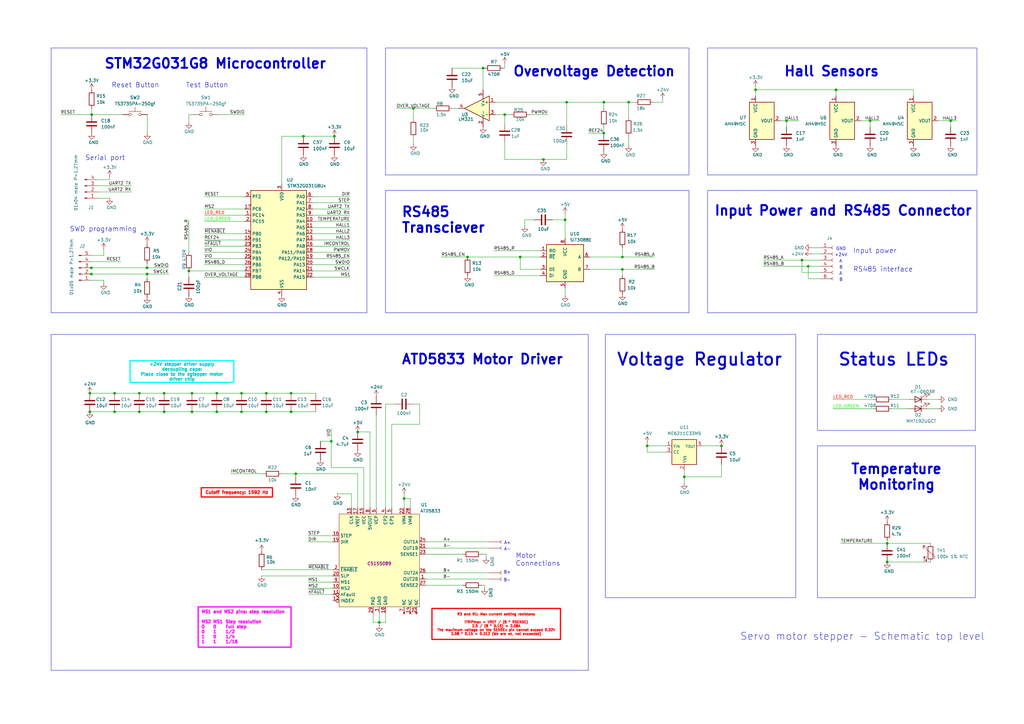
<source format=kicad_sch>
(kicad_sch (version 20231120) (generator "eeschema") (generator_version "8.0")
  (paper "A3")
  (title_block (title "Servo motor stepper M3 - Schematic top level") (date "2024-12-14") (rev "V11"))
  (junction (at 165.735 204.47))
  (junction (at 57.15 161.29))
  (junction (at 37.592 46.99))
  (junction (at 119.38 168.91))
  (junction (at 46.99 161.29))
  (junction (at 389.89 49.53))
  (junction (at 213.36 105.41))
  (junction (at 60.325 112.395))
  (junction (at 169.545 44.45))
  (junction (at 124.46 55.88))
  (junction (at 60.325 109.855))
  (junction (at 67.31 161.29))
  (junction (at 247.65 41.91))
  (junction (at 255.27 110.49))
  (junction (at 46.99 168.91))
  (junction (at 67.31 168.91))
  (junction (at 232.41 41.91))
  (junction (at 198.12 27.94))
  (junction (at 137.16 55.88))
  (junction (at 363.855 230.505))
  (junction (at 99.06 168.91))
  (junction (at 295.91 182.88))
  (junction (at 109.22 161.29))
  (junction (at 265.43 182.88))
  (junction (at 119.38 161.29))
  (junction (at 78.74 161.29))
  (junction (at 36.83 168.91))
  (junction (at 191.77 105.41))
  (junction (at 99.06 161.29))
  (junction (at 121.285 194.31))
  (junction (at 309.88 36.83))
  (junction (at 322.58 49.53))
  (junction (at 222.885 65.405))
  (junction (at 280.67 195.58))
  (junction (at 57.15 168.91))
  (junction (at 257.81 41.91))
  (junction (at 363.855 222.885))
  (junction (at 342.9 36.83))
  (junction (at 247.65 54.61))
  (junction (at 231.775 90.17))
  (junction (at 155.575 255.27))
  (junction (at 331.47 109.22))
  (junction (at 255.27 105.41))
  (junction (at 36.83 161.29))
  (junction (at 146.685 177.165))
  (junction (at 88.9 168.91))
  (junction (at 37.465 112.395))
  (junction (at 109.22 168.91))
  (junction (at 88.9 161.29))
  (junction (at 135.89 180.975))
  (junction (at 78.74 168.91))
  (junction (at 328.93 106.68))
  (junction (at 356.87 49.53))
  (junction (at 207.01 46.99))
  (junction (at 77.47 111.125))
  (junction (at 37.465 109.855))
  (wire (pts (xy 77.47 90.17) (xy 77.47 103.505)))
  (wire (pts (xy 172.085 165.735) (xy 169.545 165.735)))
  (wire (pts (xy 320.04 49.53) (xy 322.58 49.53)))
  (wire (pts (xy 271.78 41.91) (xy 267.97 41.91)))
  (wire (pts (xy 99.06 161.29) (xy 109.22 161.29)))
  (wire (pts (xy 162.56 44.45) (xy 169.545 44.45)))
  (wire (pts (xy 380.365 163.83) (xy 384.81 163.83)))
  (wire (pts (xy 332.74 104.14) (xy 336.55 104.14)))
  (wire (pts (xy 143.51 98.425) (xy 128.27 98.425)))
  (wire (pts (xy 143.51 106.045) (xy 128.27 106.045)))
  (wire (pts (xy 356.87 49.53) (xy 360.68 49.53)))
  (wire (pts (xy 143.51 90.805) (xy 128.27 90.805)))
  (wire (pts (xy 197.485 240.03) (xy 198.755 240.03)))
  (wire (pts (xy 83.82 108.585) (xy 100.33 108.585)))
  (wire (pts (xy 215.265 90.17) (xy 215.265 92.71)))
  (wire (pts (xy 165.735 204.47) (xy 165.735 208.28)))
  (wire (pts (xy 57.15 161.29) (xy 67.31 161.29)))
  (wire (pts (xy 37.592 46.99) (xy 50.292 46.99)))
  (wire (pts (xy 222.885 65.405) (xy 232.41 65.405)))
  (wire (pts (xy 143.51 80.645) (xy 128.27 80.645)))
  (wire (pts (xy 169.545 44.45) (xy 169.545 48.895)))
  (wire (pts (xy 143.51 103.505) (xy 128.27 103.505)))
  (wire (pts (xy 332.74 101.6) (xy 336.55 101.6)))
  (wire (pts (xy 280.67 198.12) (xy 280.67 195.58)))
  (wire (pts (xy 39.878 78.74) (xy 53.848 78.74)))
  (wire (pts (xy 255.27 101.6) (xy 255.27 105.41)))
  (wire (pts (xy 255.27 105.41) (xy 268.605 105.41)))
  (wire (pts (xy 78.74 168.91) (xy 88.9 168.91)))
  (wire (pts (xy 169.545 44.45) (xy 177.8 44.45)))
  (wire (pts (xy 255.27 110.49) (xy 255.27 113.03)))
  (wire (pts (xy 144.145 208.28) (xy 144.145 202.565)))
  (wire (pts (xy 128.27 85.725) (xy 143.51 85.725)))
  (wire (pts (xy 37.465 104.775) (xy 42.545 104.775)))
  (wire (pts (xy 143.51 95.885) (xy 128.27 95.885)))
  (wire (pts (xy 89.535 46.99) (xy 100.33 46.99)))
  (wire (pts (xy 83.82 103.505) (xy 100.33 103.505)))
  (wire (pts (xy 374.65 39.37) (xy 374.65 36.83)))
  (wire (pts (xy 222.885 65.405) (xy 207.01 65.405)))
  (wire (pts (xy 174.625 240.03) (xy 189.865 240.03)))
  (wire (pts (xy 241.935 110.49) (xy 255.27 110.49)))
  (wire (pts (xy 389.89 49.53) (xy 389.89 52.07)))
  (wire (pts (xy 143.51 83.185) (xy 128.27 83.185)))
  (wire (pts (xy 109.22 168.91) (xy 119.38 168.91)))
  (wire (pts (xy 143.51 100.965) (xy 128.27 100.965)))
  (wire (pts (xy 353.06 49.53) (xy 356.87 49.53)))
  (wire (pts (xy 365.76 163.83) (xy 372.745 163.83)))
  (wire (pts (xy 57.15 168.91) (xy 67.31 168.91)))
  (wire (pts (xy 207.01 46.99) (xy 207.01 50.8)))
  (wire (pts (xy 158.115 165.735) (xy 158.115 208.28)))
  (wire (pts (xy 174.625 237.49) (xy 200.66 237.49)))
  (wire (pts (xy 126.365 219.71) (xy 136.525 219.71)))
  (wire (pts (xy 257.81 55.88) (xy 257.81 59.69)))
  (wire (pts (xy 213.36 105.41) (xy 221.615 105.41)))
  (wire (pts (xy 126.365 241.3) (xy 136.525 241.3)))
  (wire (pts (xy 126.365 243.84) (xy 136.525 243.84)))
  (wire (pts (xy 363.855 222.885) (xy 381.635 222.885)))
  (wire (pts (xy 257.81 41.91) (xy 257.81 48.26)))
  (wire (pts (xy 380.365 167.64) (xy 384.81 167.64)))
  (wire (pts (xy 165.735 202.565) (xy 165.735 204.47)))
  (wire (pts (xy 161.925 165.735) (xy 158.115 165.735)))
  (wire (pts (xy 34.925 109.855) (xy 37.465 109.855)))
  (wire (pts (xy 77.47 46.99) (xy 79.375 46.99)))
  (wire (pts (xy 331.47 109.22) (xy 331.47 114.3)))
  (wire (pts (xy 313.055 109.22) (xy 331.47 109.22)))
  (wire (pts (xy 313.055 106.68) (xy 328.93 106.68)))
  (wire (pts (xy 202.565 102.87) (xy 221.615 102.87)))
  (wire (pts (xy 149.225 208.28) (xy 149.225 191.77)))
  (wire (pts (xy 328.93 111.76) (xy 336.55 111.76)))
  (wire (pts (xy 207.01 58.42) (xy 207.01 65.405)))
  (wire (pts (xy 121.285 194.31) (xy 121.285 195.58)))
  (wire (pts (xy 231.775 90.17) (xy 231.775 97.79)))
  (wire (pts (xy 168.275 204.47) (xy 165.735 204.47)))
  (wire (pts (xy 126.365 222.25) (xy 136.525 222.25)))
  (wire (pts (xy 160.655 173.99) (xy 172.085 173.99)))
  (wire (pts (xy 154.305 170.18) (xy 154.305 208.28)))
  (wire (pts (xy 174.625 224.79) (xy 200.66 224.79)))
  (wire (pts (xy 39.878 73.66) (xy 44.958 73.66)))
  (wire (pts (xy 115.57 194.31) (xy 121.285 194.31)))
  (wire (pts (xy 143.51 108.585) (xy 128.27 108.585)))
  (wire (pts (xy 363.855 230.505) (xy 381.635 230.505)))
  (wire (pts (xy 39.878 81.28) (xy 44.958 81.28)))
  (wire (pts (xy 36.83 161.29) (xy 46.99 161.29)))
  (wire (pts (xy 328.93 106.68) (xy 328.93 111.76)))
  (wire (pts (xy 265.43 181.61) (xy 265.43 182.88)))
  (wire (pts (xy 199.39 227.33) (xy 199.39 228.6)))
  (wire (pts (xy 213.36 110.49) (xy 221.615 110.49)))
  (wire (pts (xy 83.82 100.965) (xy 100.33 100.965)))
  (wire (pts (xy 231.775 87.63) (xy 231.775 90.17)))
  (wire (pts (xy 143.51 93.345) (xy 128.27 93.345)))
  (wire (pts (xy 144.145 202.565) (xy 138.43 202.565)))
  (wire (pts (xy 60.325 107.95) (xy 60.325 109.855)))
  (wire (pts (xy 198.755 240.03) (xy 198.755 241.3)))
  (wire (pts (xy 203.2 41.91) (xy 232.41 41.91)))
  (wire (pts (xy 37.592 44.45) (xy 37.592 46.99)))
  (wire (pts (xy 389.89 49.53) (xy 392.43 49.53)))
  (wire (pts (xy 174.625 222.25) (xy 200.66 222.25)))
  (wire (pts (xy 265.43 182.88) (xy 273.05 182.88)))
  (wire (pts (xy 363.855 221.615) (xy 363.855 222.885)))
  (wire (pts (xy 232.41 51.435) (xy 232.41 41.91)))
  (wire (pts (xy 169.545 56.515) (xy 169.545 59.055)))
  (wire (pts (xy 42.545 114.935) (xy 42.545 116.205)))
  (wire (pts (xy 83.82 106.045) (xy 100.33 106.045)))
  (wire (pts (xy 60.325 112.395) (xy 69.215 112.395)))
  (wire (pts (xy 257.81 41.91) (xy 260.35 41.91)))
  (wire (pts (xy 226.695 90.17) (xy 231.775 90.17)))
  (wire (pts (xy 217.17 46.99) (xy 224.79 46.99)))
  (wire (pts (xy 168.275 208.28) (xy 168.275 204.47)))
  (wire (pts (xy 158.115 251.46) (xy 158.115 255.27)))
  (wire (pts (xy 88.9 161.29) (xy 99.06 161.29)))
  (wire (pts (xy 280.67 193.04) (xy 280.67 195.58)))
  (wire (pts (xy 37.465 107.315) (xy 49.53 107.315)))
  (wire (pts (xy 203.2 46.99) (xy 207.01 46.99)))
  (wire (pts (xy 231.775 121.285) (xy 231.775 118.11)))
  (wire (pts (xy 83.82 90.805) (xy 100.33 90.805)))
  (wire (pts (xy 128.27 113.665) (xy 143.51 113.665)))
  (wire (pts (xy 155.575 251.46) (xy 155.575 255.27)))
  (wire (pts (xy 328.93 106.68) (xy 336.55 106.68)))
  (wire (pts (xy 322.58 49.53) (xy 322.58 52.07)))
  (wire (pts (xy 174.625 227.33) (xy 189.865 227.33)))
  (wire (pts (xy 37.465 109.855) (xy 60.325 109.855)))
  (wire (pts (xy 60.452 46.99) (xy 60.452 54.61)))
  (wire (pts (xy 83.82 95.885) (xy 100.33 95.885)))
  (wire (pts (xy 34.925 112.395) (xy 37.465 112.395)))
  (wire (pts (xy 153.035 255.27) (xy 155.575 255.27)))
  (wire (pts (xy 94.615 194.31) (xy 107.95 194.31)))
  (wire (pts (xy 83.82 113.665) (xy 100.33 113.665)))
  (wire (pts (xy 83.82 85.725) (xy 100.33 85.725)))
  (wire (pts (xy 174.625 234.95) (xy 200.66 234.95)))
  (wire (pts (xy 77.47 111.125) (xy 100.33 111.125)))
  (wire (pts (xy 219.075 90.17) (xy 215.265 90.17)))
  (wire (pts (xy 24.892 46.99) (xy 37.592 46.99)))
  (wire (pts (xy 280.67 195.58) (xy 295.91 195.58)))
  (wire (pts (xy 99.06 168.91) (xy 109.22 168.91)))
  (wire (pts (xy 344.805 222.885) (xy 363.855 222.885)))
  (wire (pts (xy 155.575 255.27) (xy 155.575 256.54)))
  (wire (pts (xy 191.77 105.41) (xy 213.36 105.41)))
  (wire (pts (xy 78.74 161.29) (xy 88.9 161.29)))
  (wire (pts (xy 232.41 65.405) (xy 232.41 59.055)))
  (wire (pts (xy 83.82 98.425) (xy 100.33 98.425)))
  (wire (pts (xy 60.325 114.3) (xy 60.325 112.395)))
  (wire (pts (xy 88.9 168.91) (xy 99.06 168.91)))
  (wire (pts (xy 295.91 195.58) (xy 295.91 190.5)))
  (wire (pts (xy 342.9 39.37) (xy 342.9 36.83)))
  (wire (pts (xy 207.01 46.99) (xy 209.55 46.99)))
  (wire (pts (xy 77.47 50.165) (xy 77.47 46.99)))
  (wire (pts (xy 374.65 36.83) (xy 342.9 36.83)))
  (wire (pts (xy 331.47 114.3) (xy 336.55 114.3)))
  (wire (pts (xy 42.545 104.775) (xy 42.545 102.235)))
  (wire (pts (xy 255.27 110.49) (xy 268.605 110.49)))
  (wire (pts (xy 115.57 75.565) (xy 115.57 55.88)))
  (wire (pts (xy 119.38 161.29) (xy 129.54 161.29)))
  (wire (pts (xy 213.36 105.41) (xy 213.36 110.49)))
  (wire (pts (xy 322.58 49.53) (xy 327.66 49.53)))
  (wire (pts (xy 39.878 76.2) (xy 53.848 76.2)))
  (wire (pts (xy 172.085 173.99) (xy 172.085 165.735)))
  (wire (pts (xy 60.325 109.855) (xy 69.215 109.855)))
  (wire (pts (xy 151.765 177.165) (xy 151.765 208.28)))
  (wire (pts (xy 185.42 44.45) (xy 187.96 44.45)))
  (wire (pts (xy 180.975 105.41) (xy 191.77 105.41)))
  (wire (pts (xy 185.42 27.94) (xy 198.12 27.94)))
  (wire (pts (xy 207.01 27.94) (xy 206.375 27.94)))
  (wire (pts (xy 107.315 236.22) (xy 136.525 236.22)))
  (wire (pts (xy 83.82 88.265) (xy 100.33 88.265)))
  (wire (pts (xy 158.115 255.27) (xy 155.575 255.27)))
  (wire (pts (xy 124.46 55.88) (xy 137.16 55.88)))
  (wire (pts (xy 107.315 233.68) (xy 136.525 233.68)))
  (wire (pts (xy 67.31 168.91) (xy 78.74 168.91)))
  (wire (pts (xy 160.655 208.28) (xy 160.655 173.99)))
  (wire (pts (xy 46.99 168.91) (xy 57.15 168.91)))
  (wire (pts (xy 309.88 35.56) (xy 309.88 36.83)))
  (wire (pts (xy 271.78 40.64) (xy 271.78 41.91)))
  (wire (pts (xy 36.83 168.91) (xy 46.99 168.91)))
  (wire (pts (xy 198.755 27.94) (xy 198.12 27.94)))
  (wire (pts (xy 37.465 114.935) (xy 42.545 114.935)))
  (wire (pts (xy 331.47 109.22) (xy 336.55 109.22)))
  (wire (pts (xy 135.89 191.77) (xy 149.225 191.77)))
  (wire (pts (xy 341.63 167.64) (xy 358.14 167.64)))
  (wire (pts (xy 44.958 73.66) (xy 44.958 72.39)))
  (wire (pts (xy 247.65 41.91) (xy 257.81 41.91)))
  (wire (pts (xy 37.465 112.395) (xy 60.325 112.395)))
  (wire (pts (xy 135.89 175.895) (xy 135.89 180.975)))
  (wire (pts (xy 241.935 105.41) (xy 255.27 105.41)))
  (wire (pts (xy 121.285 194.31) (xy 146.685 194.31)))
  (wire (pts (xy 288.29 182.88) (xy 295.91 182.88)))
  (wire (pts (xy 146.685 177.165) (xy 151.765 177.165)))
  (wire (pts (xy 146.685 208.28) (xy 146.685 194.31)))
  (wire (pts (xy 265.43 185.42) (xy 265.43 182.88)))
  (wire (pts (xy 109.22 161.29) (xy 119.38 161.29)))
  (wire (pts (xy 247.65 41.91) (xy 247.65 44.45)))
  (wire (pts (xy 128.27 88.265) (xy 143.51 88.265)))
  (wire (pts (xy 197.485 227.33) (xy 199.39 227.33)))
  (wire (pts (xy 119.38 168.91) (xy 129.54 168.91)))
  (wire (pts (xy 198.12 27.94) (xy 198.12 36.83)))
  (wire (pts (xy 207.01 26.035) (xy 207.01 27.94)))
  (wire (pts (xy 77.47 113.665) (xy 77.47 111.125)))
  (wire (pts (xy 131.445 180.975) (xy 135.89 180.975)))
  (wire (pts (xy 273.05 185.42) (xy 265.43 185.42)))
  (wire (pts (xy 247.65 52.07) (xy 247.65 54.61)))
  (wire (pts (xy 342.9 36.83) (xy 309.88 36.83)))
  (wire (pts (xy 309.88 36.83) (xy 309.88 39.37)))
  (wire (pts (xy 384.81 49.53) (xy 389.89 49.53)))
  (wire (pts (xy 60.325 99.695) (xy 60.325 100.33)))
  (wire (pts (xy 356.87 49.53) (xy 356.87 52.07)))
  (wire (pts (xy 241.3 54.61) (xy 247.65 54.61)))
  (wire (pts (xy 365.76 167.64) (xy 372.745 167.64)))
  (wire (pts (xy 83.82 80.645) (xy 100.33 80.645)))
  (wire (pts (xy 115.57 55.88) (xy 124.46 55.88)))
  (wire (pts (xy 136.525 238.76) (xy 126.365 238.76)))
  (wire (pts (xy 46.99 161.29) (xy 57.15 161.29)))
  (wire (pts (xy 153.035 251.46) (xy 153.035 255.27)))
  (wire (pts (xy 341.63 163.83) (xy 358.14 163.83)))
  (wire (pts (xy 232.41 41.91) (xy 247.65 41.91)))
  (wire (pts (xy 202.565 113.03) (xy 221.615 113.03)))
  (wire (pts (xy 135.89 191.77) (xy 135.89 180.975)))
  (wire (pts (xy 67.31 161.29) (xy 78.74 161.29)))
  (wire (pts (xy 143.51 111.125) (xy 128.27 111.125)))
  (rectangle (start 248.285 137.16) (end 326.39 245.11))
  (rectangle (start 335.28 137.16) (end 400.05 176.53))
  (rectangle (start 20.955 137.16) (end 241.3 274.955))
  (rectangle (start 158.115 19.685) (end 282.575 71.755))
  (rectangle (start 290.195 19.685) (end 400.685 71.755))
  (rectangle (start 20.955 19.685) (end 150.495 128.27))
  (rectangle (start 158.115 78.105) (end 282.575 128.27))
  (rectangle (start 335.28 182.88) (end 400.05 245.11))
  (rectangle (start 290.195 78.105) (end 400.685 128.27))
  (text_box "Cutoff frequency: 1592 Hz\n" (at 82.55 200.025 0) (size 29.21 3.81) (stroke (width 0.5) (color 255 0 0 1)) (effects (font (size 1.27 1.27) (thickness 0.4) (bold yes))))
  (text_box "+24V stepper driver supply \ndecoupling caps:\nPlace close to the sgtepper motor driver chip" (at 53.34 147.955 0) (size 42.545 8.89) (stroke (width 0.5) (color 0 255 255 1)) (effects (font (size 1.27 1.27) (thickness 0.4) (bold yes))))
  (text_box "MS1 and MS2 pins: step resolution\n\nMS2	MS1	Step resolution\n0	0	Full step\n0	1	1/2\n1	0	1/4\n1	1	1/16\n" (at 81.28 248.92 0) (size 38.1 16.51) (stroke (width 0.5) (color 255 0 255 1)) (effects (font (size 1.27 1.27) (thickness 0.4) (bold yes)) (justify left top)))
  (text_box "${94df9340-9001-4abf-849e-0a57a0ae12d6:REFERENCE} and ${c2765680-53cb-47ff-a513-50fbdfe64cd0:REFERENCE}: Max current setting resistors:\n\nITRIPmax = VREF / (8 * RSENSE)\n2.5 / (8 * 0.15) = 2.08A\nThe maximum voltage on the SENSEx pin cannot exceed 0.32V\n2.08 * 0.15 = 0.312 (We are ok, not exceeded)" (at 177.165 249.555 0) (size 52.705 12.7) (stroke (width 0.5) (color 255 0 0 1)) (effects (font (size 1 1) (thickness 0.4) (bold yes))))
  (text "Reset Button" (at 45.72 36.195 0) (effects (font (size 2 2)) (justify left bottom)))
  (text "Test Button" (at 76.2 36.195 0) (effects (font (size 2 2)) (justify left bottom)))
  (text "B" (at 344.17 115.57 0) (effects (font (size 1.27 1.27)) (justify left bottom)))
  (text "+24V" (at 342.265 105.41 0) (effects (font (size 1.27 1.27)) (justify left bottom)))
  (text "SWD programming" (at 28.575 95.25 0) (effects (font (size 2 2)) (justify left bottom)))
  (text "Serial port" (at 34.925 66.04 0) (effects (font (size 2 2)) (justify left bottom)))
  (text "GND" (at 342.9 102.87 0) (effects (font (size 1.27 1.27)) (justify left bottom)))
  (text "RS485\nTransciever" (at 164.465 95.885 0) (effects (font (size 4 4) (thickness 0.8) (bold yes)) (justify left bottom)))
  (text "Input power" (at 349.885 104.14 0) (effects (font (size 2 2)) (justify left bottom)))
  (text "B" (at 344.17 110.49 0) (effects (font (size 1.27 1.27)) (justify left bottom)))
  (text "A+" (at 209.55 223.52 0) (effects (font (size 1.27 1.27)) (justify right bottom)))
  (text "Status LEDs" (at 343.535 150.495 0) (effects (font (size 5 5) (thickness 0.8) (bold yes)) (justify left bottom)))
  (text "Overvoltage Detection" (at 210.185 31.75 0) (effects (font (size 4 4) (thickness 0.8) (bold yes)) (justify left bottom)))
  (text "Voltage Regulator" (at 252.73 150.495 0) (effects (font (size 5 5) (thickness 0.8) (bold yes)) (justify left bottom)))
  (text "A" (at 344.17 107.95 0) (effects (font (size 1.27 1.27)) (justify left bottom)))
  (text "Input Power and RS485 Connector" (at 292.735 88.9 0) (effects (font (size 4 4) (thickness 0.8) (bold yes)) (justify left bottom)))
  (text "A" (at 344.17 113.03 0) (effects (font (size 1.27 1.27)) (justify left bottom)))
  (text "RS485 interface" (at 349.885 111.76 0) (effects (font (size 2 2)) (justify left bottom)))
  (text "Temperature\nMonitoring" (at 367.665 201.295 0) (effects (font (size 4 4) (thickness 0.8) (bold yes)) (justify bottom)))
  (text "B+" (at 209.55 235.585 0) (effects (font (size 1.27 1.27)) (justify right bottom)))
  (text "Servo motor stepper - Schematic top level" (at 303.53 262.89 0) (effects (font (size 3 3)) (justify left bottom)))
  (text "STM32G031G8 Microcontroller" (at 42.545 28.575 0) (effects (font (size 4 4) (thickness 0.8) (bold yes)) (justify left bottom)))
  (text "A-" (at 209.55 226.06 0) (effects (font (size 1.27 1.27)) (justify right bottom)))
  (text "B-" (at 209.55 238.76 0) (effects (font (size 1.27 1.27)) (justify right bottom)))
  (text "ATD5833 Motor Driver" (at 164.465 149.86 0) (effects (font (size 4 4) (thickness 0.8) (bold yes)) (justify left bottom)))
  (text "Hall Sensors" (at 321.31 31.75 0) (effects (font (size 4 4) (thickness 0.8) (bold yes)) (justify left bottom)))
  (text "Motor\nConnections" (at 211.455 232.41 0) (effects (font (size 2 2)) (justify left bottom)))
  (label "DIR" (at 126.365 222.25 0))
  (label "RESET" (at 49.53 107.315 180))
  (label "A+" (at 184.785 222.25 180))
  (label "RS485_EN" (at 143.51 106.045 180))
  (label "~{MENABLE}" (at 83.82 95.885 0))
  (label "SWCLK" (at 69.215 112.395 180))
  (label "OVER_VOLTAGE" (at 83.82 113.665 0))
  (label "HALL2" (at 360.68 49.53 180))
  (label "B+" (at 184.785 234.95 180))
  (label "REF24" (at 241.3 54.61 0))
  (label "RS485_R" (at 202.565 102.87 0))
  (label "RS485_EN" (at 180.975 105.41 0))
  (label "DIR" (at 143.51 80.645 180))
  (label "VIO" (at 83.82 106.045 0))
  (label "B-" (at 184.785 237.49 180))
  (label "LED_GREEN" (at 83.82 90.805 0))
  (label "RS485_R" (at 77.47 98.425 90))
  (label "~{MENABLE}" (at 126.365 233.68 0))
  (label "RS485_B" (at 313.055 109.22 0))
  (label "VIO" (at 83.82 103.505 0))
  (label "SWCLK" (at 143.51 111.125 180))
  (label "STEP" (at 126.365 219.71 0))
  (label "RS485_A" (at 313.055 106.68 0))
  (label "MS1" (at 126.365 238.76 0))
  (label "PWMOV" (at 217.805 46.99 0))
  (label "UART2 RX" (at 53.848 78.74 180))
  (label "RESET" (at 24.892 46.99 0))
  (label "PWMOV" (at 143.51 103.505 180))
  (label "RS485_A" (at 268.605 105.41 180))
  (label "HALL2" (at 143.51 95.885 180))
  (label "MS1" (at 139.7 113.665 0))
  (label "LED_RED" (at 83.82 88.265 0))
  (label "RESET" (at 83.82 80.645 0))
  (label "OVER_VOLTAGE" (at 162.56 44.45 0))
  (label "RS485_D" (at 202.565 113.03 0))
  (label "HALL3" (at 143.51 98.425 180))
  (label "LED_RED" (at 341.63 163.83 0))
  (label "LED_GREEN" (at 341.63 167.64 0))
  (label "REF24" (at 83.82 98.425 0))
  (label "IMCONTROL" (at 143.51 100.965 180))
  (label "MS2" (at 83.82 85.725 0))
  (label "UART2 TX" (at 143.51 85.725 180))
  (label "~{nFAULT}" (at 83.82 100.965 0))
  (label "SWDIO" (at 100.33 46.99 180))
  (label "SWDIO" (at 69.215 109.855 180))
  (label "UART2 TX" (at 53.848 76.2 180))
  (label "HALL1" (at 143.51 93.345 180))
  (label "TEMPERATURE" (at 344.805 222.885 0))
  (label "RS485_B" (at 268.605 110.49 180))
  (label "HALL3" (at 392.43 49.53 180))
  (label "UART2 RX" (at 143.51 88.265 180))
  (label "TEMPERATURE" (at 143.51 90.805 180))
  (label "MS2" (at 126.365 241.3 0))
  (label "VIO" (at 135.89 179.07 90))
  (label "~{nFAULT}" (at 126.365 243.84 0))
  (label "IMCONTROL" (at 94.615 194.31 0))
  (label "SWDIO" (at 143.51 108.585 180))
  (label "HALL1" (at 327.66 49.53 180))
  (label "STEP" (at 143.51 83.185 180))
  (label "A-" (at 184.785 224.79 180))
  (label "RS485_D" (at 83.82 108.585 0))
  (symbol (lib_id "power:GND") (at 107.315 236.22 0) (unit 1)
    (property "Reference" "#PWR016" (effects (hide yes)))
    (property "Value" "GND" (at 105.41 240.03 0) (effects (justify left)))
  )
  (symbol (lib_id "power:GND") (at 363.855 230.505 0) (unit 1)
    (property "Reference" "#PWR071" (effects (hide yes)))
    (property "Value" "GND" (at 362.585 234.315 0) (effects (justify left)))
  )
  (symbol (lib_id "power:+3.3V") (at 309.88 35.56 0) (unit 1)
    (property "Reference" "#PWR028" (effects (hide yes)))
    (property "Value" "+3.3V" (at 309.88 31.75 0))
  )
  (symbol (lib_id "power:+3.3V") (at 231.775 87.63 0) (unit 1)
    (property "Reference" "#PWR033" (effects (hide yes)))
    (property "Value" "+5V" (at 231.775 83.82 0))
  )
  (symbol (lib_id "power:GND") (at 356.87 59.69 0) (unit 1)
    (property "Reference" "#PWR0105" (effects (hide yes)))
    (property "Value" "GND" (at 355.6 63.5 0) (effects (justify left)))
  )
  (symbol (lib_id "Device:C") (at 37.592 50.8 0) (unit 1)
    (property "Reference" "C18" (at 41.402 49.5299 0) (effects (justify left)))
    (property "Value" "100nF" (at 41.402 52.0699 0) (effects (justify left)))
    (property "Footprint" "Capacitor_SMD:C_0402_1005Metric" (effects (hide yes)))
    (property "LCSC" "C307331" (effects (hide yes)))
  )
  (symbol (lib_id "Device:LED") (at 376.555 163.83 180) (unit 1)
    (property "Reference" "D1" (at 376.555 158.75 0))
    (property "Value" "KT-0603R" (at 378.46 160.655 0))
    (property "Footprint" "LED_SMD:LED_0603_1608Metric" (effects (hide yes)))
    (property "Description" "Light emitting diode" (effects (hide yes)))
    (property "LCSC" "C2286" (effects (hide yes)))
  )
  (symbol (lib_id "power:+3.3V") (at 137.16 55.88 0) (unit 1)
    (property "Reference" "#PWR07" (effects (hide yes)))
    (property "Value" "+3.3V" (at 137.16 52.07 0))
  )
  (symbol (lib_id "Regulator_Linear:ME6211C33M5") (at 280.67 185.42 0) (unit 1)
    (property "Reference" "U11" (at 280.67 175.26 0))
    (property "Value" "ME6211C33M5" (at 280.67 177.8 0))
    (property "Footprint" "Package_TO_SOT_SMD:SOT-23-5" (effects (hide yes)))
    (property "Datasheet" "https://www.lcsc.com/datasheet/lcsc_datasheet_2304140030_MICRONE-Nanjing-Micro-One-Elec-ME6211C33R5G_C235316.pdf" (effects (hide yes)))
    (property "Description" "500mA low dropout linear regulator, shutdown pin, 6.5V max input voltage, 3.3V fixed positive output, SOT-23-5" (effects (hide yes)))
    (property "LCSC" "C82942" (effects (hide yes)))
  )
  (symbol (lib_id "power:+3.3V") (at 295.91 182.88 0) (unit 1)
    (property "Reference" "#PWR060" (effects (hide yes)))
    (property "Value" "+3.3V" (at 295.91 179.07 0))
  )
  (symbol (lib_id "Sensor_Magnetic:A1101ELHL") (at 312.42 49.53 0) (unit 1) (exclude_from_sim yes)
    (property "Reference" "U7" (at 306.07 48.2599 0) (effects (justify right)))
    (property "Value" "AH49HSC" (at 306.07 50.7999 0) (effects (justify right)))
    (property "Footprint" "Package_TO_SOT_SMD:SOT-23" (effects (hide yes)))
    (property "LCSC" "C510723" (effects (hide yes)))
  )
  (symbol (lib_id "Device:C") (at 99.06 165.1 0) (unit 1)
    (property "Reference" "C10" (at 101.6 163.83 0) (effects (justify left)))
    (property "Value" "10uF" (at 101.6 166.37 0) (effects (justify left)))
    (property "Footprint" "Capacitor_SMD:C_0603_1608Metric" (effects (hide yes)))
    (property "LCSC" "C194427" (effects (hide yes)))
  )
  (symbol (lib_id "Amplifier_Operational:LM321") (at 195.58 44.45 0) (mirror y) (unit 1) (exclude_from_sim yes)
    (property "Reference" "U3" (at 189.23 46.99 0) (effects (justify right)))
    (property "Value" "LM321" (at 187.96 48.895 0) (effects (justify right)))
    (property "Footprint" "Package_TO_SOT_SMD:SOT-23-5" (effects (hide yes)))
    (property "Datasheet" "https://www.lcsc.com/datasheet/lcsc_datasheet_2401051805_HANSCHIP-semiconductor-LM321MF_C19723728.pdf" (effects (hide yes)))
    (property "LCSC" "C19723728" (effects (hide yes)))
  )
  (symbol (lib_id "power:GND") (at 322.58 59.69 0) (unit 1)
    (property "Reference" "#PWR0110" (effects (hide yes)))
    (property "Value" "GND" (at 321.31 63.5 0) (effects (justify left)))
  )
  (symbol (lib_id "power:GND") (at 309.88 59.69 0) (unit 1)
    (property "Reference" "#PWR0108" (effects (hide yes)))
    (property "Value" "GND" (at 308.61 63.5 0) (effects (justify left)))
  )
  (symbol (lib_id "power:GND") (at 384.81 163.83 90) (unit 1)
    (property "Reference" "#PWR030" (effects (hide yes)))
    (property "Value" "GND" (at 388.62 163.8299 90) (effects (justify right)))
  )
  (symbol (lib_id "Device:R") (at 111.76 194.31 90) (unit 1)
    (property "Reference" "R22" (at 111.76 191.77 90))
    (property "Value" "10k" (at 111.76 196.85 90))
    (property "Footprint" "Resistor_SMD:R_0402_1005Metric" (effects (hide yes)))
    (property "LCSC" "C25744" (effects (hide yes)))
  )
  (symbol (lib_id "Sensor_Magnetic:A1101ELHL") (at 377.19 49.53 0) (unit 1) (exclude_from_sim yes)
    (property "Reference" "U4" (at 370.84 48.2599 0) (effects (justify right)))
    (property "Value" "AH49HSC" (at 370.84 50.7999 0) (effects (justify right)))
    (property "Footprint" "Package_TO_SOT_SMD:SOT-23" (effects (hide yes)))
    (property "LCSC" "C510723" (effects (hide yes)))
  )
  (symbol (lib_id "power:GND") (at 121.285 203.2 0) (unit 1)
    (property "Reference" "#PWR038" (effects (hide yes)))
    (property "Value" "GND" (at 119.38 207.01 0) (effects (justify left)))
  )
  (symbol (lib_id "power:+3.3V") (at 37.592 36.83 0) (unit 1)
    (property "Reference" "#PWR035" (effects (hide yes)))
    (property "Value" "+3.3V" (at 37.592 33.02 0))
  )
  (symbol (lib_id "Device:C") (at 119.38 165.1 0) (unit 1)
    (property "Reference" "C13" (at 121.92 163.83 0) (effects (justify left)))
    (property "Value" "10uF" (at 121.92 166.37 0) (effects (justify left)))
    (property "Footprint" "Capacitor_SMD:C_0603_1608Metric" (effects (hide yes)))
    (property "LCSC" "C194427" (effects (hide yes)))
  )
  (symbol (lib_id "power:GND") (at 255.27 120.65 0) (unit 1)
    (property "Reference" "#PWR018" (effects (hide yes)))
    (property "Value" "GND" (at 253.365 124.46 0) (effects (justify left)))
  )
  (symbol (lib_id "power:GND") (at 60.325 121.92 0) (unit 1)
    (property "Reference" "#PWR09" (effects (hide yes)))
    (property "Value" "GND" (at 58.42 125.73 0) (effects (justify left)))
  )
  (symbol (lib_id "Device:R") (at 181.61 44.45 90) (unit 1)
    (property "Reference" "R8" (at 180.34 42.545 90))
    (property "Value" "1.5k" (at 180.975 46.99 90))
    (property "Footprint" "Resistor_SMD:R_0402_1005Metric" (effects (hide yes)))
    (property "LCSC" "C25867" (effects (hide yes)))
  )
  (symbol (lib_id "power:GND") (at 222.885 65.405 0) (unit 1)
    (property "Reference" "#PWR058" (effects (hide yes)))
    (property "Value" "GND" (at 221.615 69.215 0) (effects (justify left)))
  )
  (symbol (lib_id "Device:R") (at 202.565 27.94 90) (unit 1)
    (property "Reference" "R7" (at 202.565 25.4 90))
    (property "Value" "470R" (at 202.565 30.48 90))
    (property "Footprint" "Resistor_SMD:R_0402_1005Metric" (effects (hide yes)))
    (property "LCSC" "C25117" (effects (hide yes)))
  )
  (symbol (lib_id "servo_motor:ATD5833") (at 155.575 231.14 0) (unit 1)
    (property "Reference" "U1" (at 173.99 207.01 0))
    (property "Value" "ATD5833" (at 176.53 209.55 0))
    (property "Footprint" "Package_DFN_QFN:QFN-28-1EP_5x5mm_P0.5mm_EP3.75x3.75mm_ThermalVias" (effects (hide yes)))
    (property "LCSC" "C5155089" (at 155.575 231.14 0))
  )
  (symbol (lib_id "power:GND") (at 185.42 35.56 0) (unit 1)
    (property "Reference" "#PWR044" (effects (hide yes)))
    (property "Value" "GND" (at 184.15 39.37 0) (effects (justify left)))
  )
  (symbol (lib_id "Device:R") (at 255.27 116.84 180) (unit 1)
    (property "Reference" "R2" (at 259.08 115.57 0))
    (property "Value" "10k" (at 259.08 118.11 0))
    (property "Footprint" "Resistor_SMD:R_0402_1005Metric" (effects (hide yes)))
    (property "LCSC" "C25744" (effects (hide yes)))
  )
  (symbol (lib_id "power:GND") (at 42.545 116.205 0) (unit 1)
    (property "Reference" "#PWR05" (effects (hide yes)))
    (property "Value" "GND" (at 41.275 120.015 0) (effects (justify left)))
  )
  (symbol (lib_id "Device:C") (at 185.42 31.75 0) (unit 1)
    (property "Reference" "C22" (at 189.23 30.4799 0) (effects (justify left)))
    (property "Value" "10uF" (at 189.23 33.0199 0) (effects (justify left)))
    (property "Footprint" "Capacitor_SMD:C_0402_1005Metric" (effects (hide yes)))
    (property "LCSC" "C15525" (effects (hide yes)))
  )
  (symbol (lib_id "power:GND") (at 169.545 59.055 0) (unit 1)
    (property "Reference" "#PWR049" (effects (hide yes)))
    (property "Value" "GND" (at 168.275 62.865 0) (effects (justify left)))
  )
  (symbol (lib_id "power:GND") (at 115.57 121.285 0) (unit 1)
    (property "Reference" "#PWR029" (effects (hide yes)))
    (property "Value" "GND" (at 113.665 125.095 0) (effects (justify left)))
  )
  (symbol (lib_id "Device:R") (at 169.545 52.705 180) (unit 1)
    (property "Reference" "R23" (at 173.99 51.435 0))
    (property "Value" "10k" (at 173.99 53.34 0))
    (property "Footprint" "Resistor_SMD:R_0402_1005Metric" (effects (hide yes)))
    (property "LCSC" "C25744" (effects (hide yes)))
  )
  (symbol (lib_id "power:GND") (at 137.16 63.5 0) (unit 1)
    (property "Reference" "#PWR021" (effects (hide yes)))
    (property "Value" "GND" (at 135.255 67.31 0) (effects (justify left)))
  )
  (symbol (lib_id "Device:C") (at 295.91 186.69 0) (unit 1)
    (property "Reference" "C5" (at 299.085 186.055 0) (effects (justify left)))
    (property "Value" "10uF" (at 299.085 188.595 0) (effects (justify left)))
    (property "Footprint" "Capacitor_SMD:C_0402_1005Metric" (effects (hide yes)))
    (property "LCSC" "C15525" (effects (hide yes)))
  )
  (symbol (lib_id "Device:R") (at 361.95 167.64 90) (unit 1)
    (property "Reference" "R11" (at 367.03 166.37 90))
    (property "Value" "470R" (at 356.87 166.37 90))
    (property "Footprint" "Resistor_SMD:R_0402_1005Metric" (effects (hide yes)))
    (property "LCSC" "C25117" (effects (hide yes)))
  )
  (symbol (lib_id "power:GND") (at 37.592 54.61 0) (unit 1)
    (property "Reference" "#PWR036" (effects (hide yes)))
    (property "Value" "GND" (at 36.322 58.42 0) (effects (justify left)))
  )
  (symbol (lib_id "Device:C") (at 131.445 184.785 0) (unit 1)
    (property "Reference" "C6" (at 125.095 183.515 0) (effects (justify left)))
    (property "Value" "1uF" (at 124.46 186.055 0) (effects (justify left)))
    (property "Footprint" "Capacitor_SMD:C_0402_1005Metric" (effects (hide yes)))
    (property "Description" "25V 1uF X5R ±10% 0402 Multilayer Ceramic Capacitors MLCC - SMD/SMT ROHS" (effects (hide yes)))
    (property "LCSC" "C52923" (effects (hide yes)))
  )
  (symbol (lib_id "power:+24V") (at 207.01 26.035 0) (unit 1)
    (property "Reference" "#PWR026" (effects (hide yes)))
    (property "Value" "+5V" (at 207.01 22.225 0))
  )
  (symbol (lib_id "power:GND") (at 60.452 54.61 0) (unit 1)
    (property "Reference" "#PWR039" (effects (hide yes)))
    (property "Value" "GND" (at 58.547 58.42 0) (effects (justify left)))
  )
  (symbol (lib_id "MCU_ST_STM32G0:STM32G031G8Ux") (at 113.03 98.425 0) (unit 1)
    (property "Reference" "U2" (at 117.5101 73.787 0) (effects (justify left)))
    (property "Value" "STM32G031G8Ux" (at 117.7641 76.2 0) (effects (justify left)))
    (property "Footprint" "Package_DFN_QFN:QFN-28_4x4mm_P0.5mm" (effects (hide yes)))
    (property "Datasheet" "https://www.st.com/resource/en/datasheet/stm32g031g8.pdf" (effects (hide yes)))
    (property "Description" "STMicroelectronics Arm Cortex-M0+ MCU, 64KB flash, 8KB RAM, 64 MHz, 1.7-3.6V, 26 GPIO, UFQFPN28" (effects (hide yes)))
    (property "LCSC" "C432211" (effects (hide yes)))
  )
  (symbol (lib_id "power:GND") (at 124.46 63.5 0) (unit 1)
    (property "Reference" "#PWR027" (effects (hide yes)))
    (property "Value" "GND" (at 122.555 67.31 0) (effects (justify left)))
  )
  (symbol (lib_name "Conn_01x01_Socket_2") (lib_id "Connector:Conn_01x01_Socket") (at 205.74 237.49 0) (unit 1) (in_bom no)
    (property "Reference" "J8" (effects (hide yes)))
    (property "Value" "Conn_01x01_Socket" (effects (hide yes)))
    (property "Footprint" "servo_motor:Pad_3mm_TopOnly" (effects (hide yes)))
  )
  (symbol (lib_id "Device:C") (at 36.83 165.1 0) (unit 1)
    (property "Reference" "C12" (at 39.37 163.83 0) (effects (justify left)))
    (property "Value" "10uF" (at 39.37 166.37 0) (effects (justify left)))
    (property "Footprint" "Capacitor_SMD:C_0603_1608Metric" (effects (hide yes)))
    (property "LCSC" "C194427" (effects (hide yes)))
  )
  (symbol (lib_id "Device:C") (at 154.305 166.37 0) (unit 1)
    (property "Reference" "C3" (at 147.955 165.1 0) (effects (justify left)))
    (property "Value" "100nF" (at 145.415 167.64 0) (effects (justify left)))
    (property "Footprint" "Capacitor_SMD:C_0402_1005Metric" (effects (hide yes)))
    (property "LCSC" "C307331" (effects (hide yes)))
  )
  (symbol (lib_id "power:GND") (at 36.83 168.91 0) (unit 1)
    (property "Reference" "#PWR032" (effects (hide yes)))
    (property "Value" "GND" (at 34.925 173.355 0) (effects (justify left)))
  )
  (symbol (lib_id "Device:C") (at 247.65 58.42 0) (unit 1)
    (property "Reference" "C36" (at 250.19 57.15 0) (effects (justify left)))
    (property "Value" "100nF" (at 250.19 59.69 0) (effects (justify left)))
    (property "Footprint" "Capacitor_SMD:C_0402_1005Metric" (effects (hide yes)))
    (property "LCSC" "C307331" (effects (hide yes)))
  )
  (symbol (lib_id "Device:R") (at 107.315 229.87 180) (unit 1)
    (property "Reference" "R6" (at 110.49 228.6 0))
    (property "Value" "10k" (at 111.125 230.505 0))
    (property "Footprint" "Resistor_SMD:R_0402_1005Metric" (effects (hide yes)))
    (property "LCSC" "C25744" (effects (hide yes)))
  )
  (symbol (lib_id "power:GND") (at 146.685 184.785 0) (unit 1)
    (property "Reference" "#PWR013" (effects (hide yes)))
    (property "Value" "GND" (at 144.78 188.595 0) (effects (justify left)))
  )
  (symbol (lib_id "power:GND") (at 155.575 256.54 0) (unit 1)
    (property "Reference" "#PWR012" (effects (hide yes)))
    (property "Value" "GND" (at 153.67 260.35 0) (effects (justify left)))
  )
  (symbol (lib_id "Device:C") (at 222.885 90.17 90) (unit 1)
    (property "Reference" "C35" (at 224.155 86.36 90) (effects (justify left)))
    (property "Value" "10uF" (at 225.425 93.98 90) (effects (justify left)))
    (property "Footprint" "Capacitor_SMD:C_0402_1005Metric" (effects (hide yes)))
    (property "LCSC" "C15525" (effects (hide yes)))
  )
  (symbol (lib_id "power:GND") (at 389.89 59.69 0) (unit 1)
    (property "Reference" "#PWR0106" (effects (hide yes)))
    (property "Value" "GND" (at 388.62 63.5 0) (effects (justify left)))
  )
  (symbol (lib_id "Device:R") (at 361.95 163.83 90) (unit 1)
    (property "Reference" "R12" (at 367.03 162.56 90))
    (property "Value" "470R" (at 356.87 162.56 90))
    (property "Footprint" "Resistor_SMD:R_0402_1005Metric" (effects (hide yes)))
    (property "LCSC" "C25117" (effects (hide yes)))
  )
  (symbol (lib_id "Connector:Conn_01x04_Pin") (at 34.798 78.74 0) (mirror x) (unit 1) (in_bom no)
    (property "Reference" "J1" (at 37.338 85.09 0))
    (property "Value" "01x04 male P=1.27mm" (at 31.115 74.93 90))
    (property "Footprint" "Connector_PinHeader_1.27mm:PinHeader_1x04_P1.27mm_Vertical" (effects (hide yes)))
  )
  (symbol (lib_id "power:GND") (at 332.74 101.6 270) (mirror x) (unit 1)
    (property "Reference" "#PWR020" (effects (hide yes)))
    (property "Value" "GND" (at 325.755 101.6 90) (effects (justify left)))
  )
  (symbol (lib_id "Device:R") (at 264.16 41.91 270) (unit 1)
    (property "Reference" "R27" (at 262.89 39.37 90))
    (property "Value" "18k" (at 262.89 44.45 90))
    (property "Footprint" "Resistor_SMD:R_0603_1608Metric" (effects (hide yes)))
    (property "Description" "100mW Thick Film Resistors 75V ±100ppm/℃ ±1% 18kΩ 0603 Chip Resistor - Surface Mount ROHS" (effects (hide yes)))
    (property "LCSC" "C25810" (effects (hide yes)))
  )
  (symbol (lib_id "power:+3.3V") (at 44.958 72.39 0) (unit 1)
    (property "Reference" "#PWR02" (effects (hide yes)))
    (property "Value" "+3.3V" (at 44.958 68.58 0))
  )
  (symbol (lib_id "Connector:Conn_01x06_Socket") (at 341.63 106.68 0) (unit 1)
    (property "Reference" "J4" (at 339.09 97.79 0) (effects (justify left)))
    (property "Value" "Conn_01x06_Socket" (effects (hide yes)))
    (property "Footprint" "Connector_PinSocket_2.00mm:PinSocket_1x06_P2.00mm_Vertical" (effects (hide yes)))
  )
  (symbol (lib_id "power:+3.3V") (at 60.325 99.695 0) (unit 1)
    (property "Reference" "#PWR010" (effects (hide yes)))
    (property "Value" "+3.3V" (at 60.325 95.885 0))
  )
  (symbol (lib_id "power:+24V") (at 154.305 162.56 0) (unit 1)
    (property "Reference" "#PWR011" (effects (hide yes)))
    (property "Value" "+24V" (at 154.305 158.75 0))
  )
  (symbol (lib_id "Device:R") (at 60.325 118.11 180) (unit 1)
    (property "Reference" "R4" (at 56.515 116.84 0))
    (property "Value" "10k" (at 56.515 119.38 0))
    (property "Footprint" "Resistor_SMD:R_0402_1005Metric" (effects (hide yes)))
    (property "LCSC" "C25744" (effects (hide yes)))
  )
  (symbol (lib_id "Device:R") (at 77.47 107.315 180) (unit 1)
    (property "Reference" "R9" (at 75.565 109.22 90))
    (property "Value" "470R" (at 75.565 104.775 90))
    (property "Footprint" "Resistor_SMD:R_0402_1005Metric" (effects (hide yes)))
    (property "LCSC" "C25117" (effects (hide yes)))
  )
  (symbol (lib_name "Conn_01x01_Socket_3") (lib_id "Connector:Conn_01x01_Socket") (at 205.74 222.25 0) (unit 1) (in_bom no)
    (property "Reference" "J3" (effects (hide yes)))
    (property "Value" "Conn_01x01_Socket" (effects (hide yes)))
    (property "Footprint" "servo_motor:Pad_3mm_TopOnly" (effects (hide yes)))
  )
  (symbol (lib_id "power:GND") (at 384.81 167.64 90) (unit 1)
    (property "Reference" "#PWR031" (effects (hide yes)))
    (property "Value" "GND" (at 388.62 167.6399 90) (effects (justify right)))
  )
  (symbol (lib_id "Interface_UART:SP3485EN") (at 231.775 107.95 0) (unit 1)
    (property "Reference" "U10" (at 233.7309 95.885 0) (effects (justify left)))
    (property "Value" "SIT3088E" (at 233.7309 98.425 0) (effects (justify left)))
    (property "Footprint" "Package_DFN_QFN:DFN-8-1EP_3x3mm_P0.65mm_EP1.5x2.25mm" (effects (hide yes)))
    (property "Datasheet" "https://www.lcsc.com/datasheet/lcsc_datasheet_2006102219_SIT-SIT3088ETK_C601076.pdf" (effects (hide yes)))
    (property "LCSC" "C601076" (effects (hide yes)))
  )
  (symbol (lib_id "Device:Thermistor_NTC") (at 381.635 226.695 0) (unit 1) (exclude_from_sim yes)
    (property "Reference" "TH1" (at 384.175 225.7424 0) (effects (justify left)))
    (property "Value" "100k 1% NTC" (at 384.175 228.2824 0) (effects (justify left)))
    (property "Footprint" "Resistor_SMD:R_0402_1005Metric" (effects (hide yes)))
    (property "LCSC" "C236279" (effects (hide yes)))
  )
  (symbol (lib_id "power:GND") (at 342.9 59.69 0) (unit 1)
    (property "Reference" "#PWR0107" (effects (hide yes)))
    (property "Value" "GND" (at 341.63 63.5 0) (effects (justify left)))
  )
  (symbol (lib_id "Device:C") (at 57.15 165.1 0) (unit 1)
    (property "Reference" "C15" (at 59.69 163.83 0) (effects (justify left)))
    (property "Value" "10uF" (at 59.69 166.37 0) (effects (justify left)))
    (property "Footprint" "Capacitor_SMD:C_0603_1608Metric" (effects (hide yes)))
    (property "LCSC" "C194427" (effects (hide yes)))
  )
  (symbol (lib_id "power:GND") (at 231.775 121.285 0) (unit 1)
    (property "Reference" "#PWR034" (effects (hide yes)))
    (property "Value" "GND" (at 229.87 125.095 0) (effects (justify left)))
  )
  (symbol (lib_id "Device:R") (at 193.675 240.03 270) (unit 1)
    (property "Reference" "R3" (at 188.595 242.57 90))
    (property "Value" "150m" (at 193.675 242.57 90))
    (property "Footprint" "Resistor_SMD:R_2010_5025Metric" (effects (hide yes)))
    (property "LCSC" "C421741" (effects (hide yes)))
  )
  (symbol (lib_id "power:+24V") (at 165.735 202.565 0) (unit 1)
    (property "Reference" "#PWR08" (effects (hide yes)))
    (property "Value" "+24V" (at 165.735 198.755 0))
  )
  (symbol (lib_id "power:+3.3V") (at 363.855 213.995 0) (unit 1)
    (property "Reference" "#PWR070" (effects (hide yes)))
    (property "Value" "+3.3V" (at 363.855 210.185 0))
  )
  (symbol (lib_name "Conn_01x01_Socket_1") (lib_id "Connector:Conn_01x01_Socket") (at 205.74 224.79 0) (unit 1) (in_bom no)
    (property "Reference" "J6" (effects (hide yes)))
    (property "Value" "Conn_01x01_Socket" (effects (hide yes)))
    (property "Footprint" "servo_motor:Pad_3mm_TopOnly" (effects (hide yes)))
  )
  (symbol (lib_id "Connector:Conn_01x05_Pin") (at 32.385 109.855 0) (mirror x) (unit 1) (in_bom no)
    (property "Reference" "J2" (at 34.925 100.965 0) (effects (justify right)))
    (property "Value" "01x05 male P=1.27mm" (at 29.337 121.031 90) (effects (justify right)))
    (property "Footprint" "Connector_PinHeader_1.27mm:PinHeader_1x05_P1.27mm_Vertical" (effects (hide yes)))
  )
  (symbol (lib_id "Device:C") (at 109.22 165.1 0) (unit 1)
    (property "Reference" "C11" (at 111.76 163.83 0) (effects (justify left)))
    (property "Value" "10uF" (at 111.76 166.37 0) (effects (justify left)))
    (property "Footprint" "Capacitor_SMD:C_0603_1608Metric" (effects (hide yes)))
    (property "LCSC" "C194427" (effects (hide yes)))
  )
  (symbol (lib_id "Device:C") (at 121.285 199.39 0) (unit 1)
    (property "Reference" "C1" (at 125.095 198.1199 0) (effects (justify left)))
    (property "Value" "10nF" (at 125.095 200.6599 0) (effects (justify left)))
    (property "Footprint" "Capacitor_SMD:C_0402_1005Metric" (effects (hide yes)))
    (property "LCSC" "C15195" (effects (hide yes)))
  )
  (symbol (lib_id "power:GND") (at 77.47 121.285 0) (unit 1)
    (property "Reference" "#PWR022" (effects (hide yes)))
    (property "Value" "GND" (at 75.565 125.095 0) (effects (justify left)))
  )
  (symbol (lib_id "Device:C") (at 356.87 55.88 0) (unit 1)
    (property "Reference" "C20" (at 360.68 54.6099 0) (effects (justify left)))
    (property "Value" "1nF" (at 360.68 57.1499 0) (effects (justify left)))
    (property "Footprint" "Capacitor_SMD:C_0402_1005Metric" (effects (hide yes)))
    (property "LCSC" "C1523" (effects (hide yes)))
  )
  (symbol (lib_id "power:GND") (at 198.755 241.3 0) (unit 1)
    (property "Reference" "#PWR015" (effects (hide yes)))
    (property "Value" "GND" (at 201.295 245.11 90) (effects (justify left)))
  )
  (symbol (lib_id "Device:R") (at 257.81 52.07 0) (unit 1)
    (property "Reference" "R26" (at 261.62 50.8 0))
    (property "Value" "1.5k" (at 261.62 53.34 0))
    (property "Footprint" "Resistor_SMD:R_0402_1005Metric" (effects (hide yes)))
    (property "LCSC" "C25867" (effects (hide yes)))
  )
  (symbol (lib_id "Device:R") (at 363.855 217.805 180) (unit 1)
    (property "Reference" "R29" (at 367.665 216.535 0))
    (property "Value" "4.7k" (at 367.665 219.075 0))
    (property "Footprint" "Resistor_SMD:R_0402_1005Metric" (effects (hide yes)))
    (property "LCSC" "C25900" (effects (hide yes)))
  )
  (symbol (lib_id "Device:R") (at 247.65 48.26 180) (unit 1)
    (property "Reference" "R24" (at 251.46 46.99 0))
    (property "Value" "10k" (at 251.46 49.53 0))
    (property "Footprint" "Resistor_SMD:R_0402_1005Metric" (effects (hide yes)))
    (property "LCSC" "C25744" (effects (hide yes)))
  )
  (symbol (lib_id "power:+24V") (at 36.83 161.29 0) (unit 1)
    (property "Reference" "#PWR023" (effects (hide yes)))
    (property "Value" "+24V" (at 36.83 157.48 0))
  )
  (symbol (lib_id "Device:C") (at 232.41 55.245 0) (unit 1)
    (property "Reference" "C30" (at 227.965 52.705 0) (effects (justify left)))
    (property "Value" "100pF" (at 226.695 57.785 0) (effects (justify left)))
    (property "Footprint" "Capacitor_SMD:C_0402_1005Metric" (effects (hide yes)))
    (property "LCSC" "C1546" (effects (hide yes)))
  )
  (symbol (lib_id "power:GND") (at 138.43 202.565 0) (unit 1)
    (property "Reference" "#PWR017" (effects (hide yes)))
    (property "Value" "GND" (at 136.525 206.375 0) (effects (justify left)))
  )
  (symbol (lib_id "Device:C") (at 129.54 165.1 0) (unit 1)
    (property "Reference" "C16" (at 132.08 163.83 0) (effects (justify left)))
    (property "Value" "10uF" (at 132.08 166.37 0) (effects (justify left)))
    (property "Footprint" "Capacitor_SMD:C_0603_1608Metric" (effects (hide yes)))
    (property "LCSC" "C194427" (effects (hide yes)))
  )
  (symbol (lib_id "power:+3.3V") (at 42.545 102.235 0) (unit 1)
    (property "Reference" "#PWR06" (effects (hide yes)))
    (property "Value" "+3.3V" (at 42.545 98.425 0))
  )
  (symbol (lib_id "power:GND") (at 280.67 198.12 0) (unit 1)
    (property "Reference" "#PWR054" (effects (hide yes)))
    (property "Value" "GND" (at 278.765 201.93 0) (effects (justify left)))
  )
  (symbol (lib_id "Device:R") (at 60.325 104.14 180) (unit 1)
    (property "Reference" "R5" (at 64.135 102.87 0))
    (property "Value" "10k" (at 64.135 105.41 0))
    (property "Footprint" "Resistor_SMD:R_0402_1005Metric" (effects (hide yes)))
    (property "LCSC" "C25744" (effects (hide yes)))
  )
  (symbol (lib_id "power:GND") (at 257.81 59.69 0) (unit 1)
    (property "Reference" "#PWR062" (effects (hide yes)))
    (property "Value" "GND" (at 256.54 63.5 0) (effects (justify left)))
  )
  (symbol (lib_id "Device:C") (at 389.89 55.88 0) (unit 1)
    (property "Reference" "C23" (at 393.7 54.6099 0) (effects (justify left)))
    (property "Value" "1nF" (at 393.7 57.1499 0) (effects (justify left)))
    (property "Footprint" "Capacitor_SMD:C_0402_1005Metric" (effects (hide yes)))
    (property "LCSC" "C1523" (effects (hide yes)))
  )
  (symbol (lib_id "power:+3.3V") (at 255.27 93.98 0) (unit 1)
    (property "Reference" "#PWR025" (effects (hide yes)))
    (property "Value" "+5V" (at 255.27 90.17 0))
  )
  (symbol (lib_id "power:GND") (at 191.77 113.03 0) (unit 1)
    (property "Reference" "#PWR024" (effects (hide yes)))
    (property "Value" "GND" (at 190.5 116.84 0) (effects (justify left)))
  )
  (symbol (lib_id "power:GND") (at 131.445 188.595 0) (unit 1)
    (property "Reference" "#PWR037" (effects (hide yes)))
    (property "Value" "GND" (at 129.54 192.405 0) (effects (justify left)))
  )
  (symbol (lib_id "Device:C") (at 78.74 165.1 0) (unit 1)
    (property "Reference" "C7" (at 81.28 163.83 0) (effects (justify left)))
    (property "Value" "10uF" (at 81.28 166.37 0) (effects (justify left)))
    (property "Footprint" "Capacitor_SMD:C_0603_1608Metric" (effects (hide yes)))
    (property "LCSC" "C194427" (effects (hide yes)))
  )
  (symbol (lib_id "Switch:SW_Push") (at 84.455 46.99 0) (unit 1)
    (property "Reference" "SW1" (at 84.455 40.005 0))
    (property "Value" "TS3735PA-250gf" (at 84.455 42.545 0))
    (property "Footprint" "servo_motor:TS3735PA-250gf" (effects (hide yes)))
    (property "LCSC" "C393946" (effects (hide yes)))
  )
  (symbol (lib_id "Device:C") (at 363.855 226.695 0) (unit 1)
    (property "Reference" "C41" (at 367.665 225.4249 0) (effects (justify left)))
    (property "Value" "100nF" (at 367.665 227.9649 0) (effects (justify left)))
    (property "Footprint" "Capacitor_SMD:C_0402_1005Metric" (effects (hide yes)))
    (property "LCSC" "C307331" (effects (hide yes)))
  )
  (symbol (lib_id "Device:R") (at 193.675 227.33 270) (unit 1)
    (property "Reference" "R1" (at 188.595 229.87 90))
    (property "Value" "150m" (at 193.675 229.87 90))
    (property "Footprint" "Resistor_SMD:R_2010_5025Metric" (effects (hide yes)))
    (property "LCSC" "C421741" (effects (hide yes)))
  )
  (symbol (lib_id "Device:LED") (at 376.555 167.64 180) (unit 1)
    (property "Reference" "D2" (at 376.555 170.18 0))
    (property "Value" "MHT192UGCT" (at 377.825 172.72 0))
    (property "Footprint" "LED_SMD:LED_0603_1608Metric" (effects (hide yes)))
    (property "Description" "Light emitting diode" (effects (hide yes)))
    (property "LCSC" "C389519" (effects (hide yes)))
  )
  (symbol (lib_id "power:GND") (at 44.958 81.28 0) (unit 1)
    (property "Reference" "#PWR03" (effects (hide yes)))
    (property "Value" "GND" (at 43.688 85.09 0) (effects (justify left)))
  )
  (symbol (lib_id "Device:C") (at 322.58 55.88 0) (unit 1)
    (property "Reference" "C17" (at 326.39 54.6099 0) (effects (justify left)))
    (property "Value" "1nF" (at 326.39 57.1499 0) (effects (justify left)))
    (property "Footprint" "Capacitor_SMD:C_0402_1005Metric" (effects (hide yes)))
    (property "LCSC" "C1523" (effects (hide yes)))
  )
  (symbol (lib_id "power:GND") (at 199.39 228.6 0) (unit 1)
    (property "Reference" "#PWR014" (effects (hide yes)))
    (property "Value" "GND" (at 201.93 232.41 90) (effects (justify left)))
  )
  (symbol (lib_id "Switch:SW_Push") (at 55.372 46.99 0) (unit 1)
    (property "Reference" "SW2" (at 55.372 40.005 0))
    (property "Value" "TS3735PA-250gf" (at 55.372 42.545 0))
    (property "Footprint" "servo_motor:TS3735PA-250gf" (effects (hide yes)))
    (property "LCSC" "C393946" (effects (hide yes)))
  )
  (symbol (lib_id "Device:C") (at 165.735 165.735 90) (unit 1)
    (property "Reference" "C2" (at 165.735 161.925 90))
    (property "Value" "100nF" (at 165.735 169.545 90))
    (property "Footprint" "Capacitor_SMD:C_0402_1005Metric" (effects (hide yes)))
    (property "LCSC" "C307331" (effects (hide yes)))
  )
  (symbol (lib_id "Connector:Conn_01x01_Socket") (at 205.74 234.95 0) (unit 1) (in_bom no)
    (property "Reference" "J7" (effects (hide yes)))
    (property "Value" "Conn_01x01_Socket" (effects (hide yes)))
    (property "Footprint" "servo_motor:Pad_3mm_TopOnly" (effects (hide yes)))
  )
  (symbol (lib_id "power:GND") (at 247.65 62.23 0) (unit 1)
    (property "Reference" "#PWR077" (effects (hide yes)))
    (property "Value" "GND" (at 246.38 66.04 0) (effects (justify left)))
  )
  (symbol (lib_id "power:+24V") (at 332.74 104.14 90) (mirror x) (unit 1)
    (property "Reference" "#PWR019" (effects (hide yes)))
    (property "Value" "+24V" (at 327.025 104.14 90))
  )
  (symbol (lib_id "power:+10V") (at 265.43 181.61 0) (unit 1)
    (property "Reference" "#PWR048" (effects (hide yes)))
    (property "Value" "+5V" (at 265.43 177.8 0))
  )
  (symbol (lib_id "Device:R") (at 191.77 109.22 180) (unit 1)
    (property "Reference" "R13" (at 195.58 107.95 0))
    (property "Value" "10k" (at 195.58 110.49 0))
    (property "Footprint" "Resistor_SMD:R_0402_1005Metric" (effects (hide yes)))
    (property "LCSC" "C25744" (effects (hide yes)))
  )
  (symbol (lib_id "power:+24V") (at 271.78 40.64 0) (unit 1)
    (property "Reference" "#PWR063" (effects (hide yes)))
    (property "Value" "+24V" (at 271.78 36.83 0))
  )
  (symbol (lib_id "Device:C") (at 88.9 165.1 0) (unit 1)
    (property "Reference" "C8" (at 91.44 163.83 0) (effects (justify left)))
    (property "Value" "10uF" (at 91.44 166.37 0) (effects (justify left)))
    (property "Footprint" "Capacitor_SMD:C_0603_1608Metric" (effects (hide yes)))
    (property "LCSC" "C194427" (effects (hide yes)))
  )
  (symbol (lib_id "Device:R") (at 255.27 97.79 180) (unit 1)
    (property "Reference" "R17" (at 259.08 96.52 0))
    (property "Value" "10k" (at 259.08 99.06 0))
    (property "Footprint" "Resistor_SMD:R_0402_1005Metric" (effects (hide yes)))
    (property "LCSC" "C25744" (effects (hide yes)))
  )
  (symbol (lib_id "power:GND") (at 198.12 52.07 0) (unit 1)
    (property "Reference" "#PWR051" (effects (hide yes)))
    (property "Value" "GND" (at 196.85 55.88 0) (effects (justify left)))
  )
  (symbol (lib_id "Device:C") (at 146.685 180.975 0) (unit 1)
    (property "Reference" "C4" (at 140.335 179.705 0) (effects (justify left)))
    (property "Value" "4.7uF" (at 137.795 182.245 0) (effects (justify left)))
    (property "Footprint" "Capacitor_SMD:C_0402_1005Metric" (effects (hide yes)))
    (property "LCSC" "C23733" (effects (hide yes)))
  )
  (symbol (lib_id "power:+3.3V") (at 107.315 226.06 0) (unit 1)
    (property "Reference" "#PWR040" (effects (hide yes)))
    (property "Value" "+3.3V" (at 107.315 221.615 0))
  )
  (symbol (lib_id "Device:R") (at 37.592 40.64 180) (unit 1)
    (property "Reference" "R15" (at 41.402 39.37 0))
    (property "Value" "10k" (at 41.402 41.91 0))
    (property "Footprint" "Resistor_SMD:R_0402_1005Metric" (effects (hide yes)))
    (property "LCSC" "C25744" (effects (hide yes)))
  )
  (symbol (lib_id "power:+10V") (at 146.685 177.165 0) (unit 1)
    (property "Reference" "#PWR01" (effects (hide yes)))
    (property "Value" "+5V" (at 146.685 173.355 0))
  )
  (symbol (lib_id "Device:C") (at 207.01 54.61 0) (unit 1)
    (property "Reference" "C28" (at 209.55 53.34 0) (effects (justify left)))
    (property "Value" "1uF" (at 209.55 55.88 0) (effects (justify left)))
    (property "Footprint" "Capacitor_SMD:C_0402_1005Metric" (effects (hide yes)))
    (property "LCSC" "C52923" (effects (hide yes)))
  )
  (symbol (lib_id "power:GND") (at 215.265 92.71 0) (unit 1)
    (property "Reference" "#PWR064" (effects (hide yes)))
    (property "Value" "GND" (at 213.995 96.52 0) (effects (justify left)))
  )
  (symbol (lib_id "Device:C") (at 46.99 165.1 0) (unit 1)
    (property "Reference" "C14" (at 49.53 163.83 0) (effects (justify left)))
    (property "Value" "10uF" (at 49.53 166.37 0) (effects (justify left)))
    (property "Footprint" "Capacitor_SMD:C_0603_1608Metric" (effects (hide yes)))
    (property "LCSC" "C194427" (effects (hide yes)))
  )
  (symbol (lib_id "Device:C") (at 124.46 59.69 0) (unit 1)
    (property "Reference" "C37" (at 128.27 58.4199 0) (effects (justify left)))
    (property "Value" "100nF" (at 128.27 60.9599 0) (effects (justify left)))
    (property "Footprint" "Capacitor_SMD:C_0402_1005Metric" (effects (hide yes)))
    (property "LCSC" "C307331" (effects (hide yes)))
  )
  (symbol (lib_id "power:GND") (at 374.65 59.69 0) (unit 1)
    (property "Reference" "#PWR0109" (effects (hide yes)))
    (property "Value" "GND" (at 373.38 63.5 0) (effects (justify left)))
  )
  (symbol (lib_id "Device:C") (at 77.47 117.475 0) (unit 1)
    (property "Reference" "C21" (at 73.66 119.38 90) (effects (justify left)))
    (property "Value" "100pF" (at 81.28 120.65 90) (effects (justify left)))
    (property "Footprint" "Capacitor_SMD:C_0402_1005Metric" (effects (hide yes)))
    (property "LCSC" "C1546" (effects (hide yes)))
  )
  (symbol (lib_id "Device:R") (at 213.36 46.99 270) (unit 1)
    (property "Reference" "R25" (at 212.725 45.085 90))
    (property "Value" "10k" (at 213.36 48.895 90))
    (property "Footprint" "Resistor_SMD:R_0402_1005Metric" (effects (hide yes)))
    (property "LCSC" "C25744" (effects (hide yes)))
  )
  (symbol (lib_id "Device:C") (at 67.31 165.1 0) (unit 1)
    (property "Reference" "C19" (at 69.85 163.83 0) (effects (justify left)))
    (property "Value" "10uF" (at 69.85 166.37 0) (effects (justify left)))
    (property "Footprint" "Capacitor_SMD:C_0603_1608Metric" (effects (hide yes)))
    (property "LCSC" "C194427" (effects (hide yes)))
  )
  (symbol (lib_id "Sensor_Magnetic:A1101ELHL") (at 345.44 49.53 0) (unit 1) (exclude_from_sim yes)
    (property "Reference" "U6" (at 339.09 48.2599 0) (effects (justify right)))
    (property "Value" "AH49HSC" (at 339.09 50.7999 0) (effects (justify right)))
    (property "Footprint" "Package_TO_SOT_SMD:SOT-23" (effects (hide yes)))
    (property "LCSC" "C510723" (effects (hide yes)))
  )
  (symbol (lib_id "Device:C") (at 137.16 59.69 0) (unit 1)
    (property "Reference" "C9" (at 140.97 58.4199 0) (effects (justify left)))
    (property "Value" "10uF" (at 140.97 60.9599 0) (effects (justify left)))
    (property "Footprint" "Capacitor_SMD:C_0402_1005Metric" (effects (hide yes)))
    (property "LCSC" "C15525" (effects (hide yes)))
  )
  (symbol (lib_id "power:GND") (at 77.47 50.165 0) (unit 1)
    (property "Reference" "#PWR041" (effects (hide yes)))
    (property "Value" "GND" (at 75.565 53.975 0) (effects (justify left)))
  )
)
</source>
